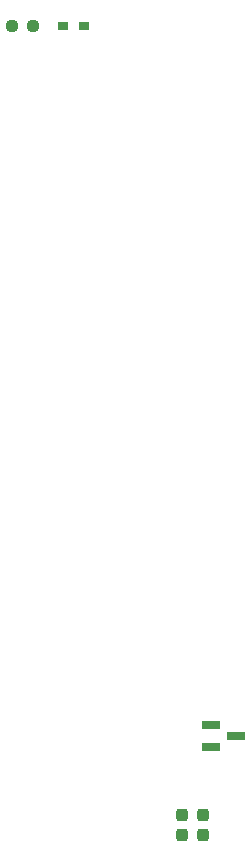
<source format=gbr>
%TF.GenerationSoftware,KiCad,Pcbnew,8.0.4+dfsg-1*%
%TF.CreationDate,2025-03-02T11:49:26+09:00*%
%TF.ProjectId,mezzanine,6d657a7a-616e-4696-9e65-2e6b69636164,2*%
%TF.SameCoordinates,Original*%
%TF.FileFunction,Paste,Top*%
%TF.FilePolarity,Positive*%
%FSLAX46Y46*%
G04 Gerber Fmt 4.6, Leading zero omitted, Abs format (unit mm)*
G04 Created by KiCad (PCBNEW 8.0.4+dfsg-1) date 2025-03-02 11:49:26*
%MOMM*%
%LPD*%
G01*
G04 APERTURE LIST*
G04 Aperture macros list*
%AMRoundRect*
0 Rectangle with rounded corners*
0 $1 Rounding radius*
0 $2 $3 $4 $5 $6 $7 $8 $9 X,Y pos of 4 corners*
0 Add a 4 corners polygon primitive as box body*
4,1,4,$2,$3,$4,$5,$6,$7,$8,$9,$2,$3,0*
0 Add four circle primitives for the rounded corners*
1,1,$1+$1,$2,$3*
1,1,$1+$1,$4,$5*
1,1,$1+$1,$6,$7*
1,1,$1+$1,$8,$9*
0 Add four rect primitives between the rounded corners*
20,1,$1+$1,$2,$3,$4,$5,0*
20,1,$1+$1,$4,$5,$6,$7,0*
20,1,$1+$1,$6,$7,$8,$9,0*
20,1,$1+$1,$8,$9,$2,$3,0*%
G04 Aperture macros list end*
%ADD10RoundRect,0.237500X-0.237500X0.300000X-0.237500X-0.300000X0.237500X-0.300000X0.237500X0.300000X0*%
%ADD11R,0.965200X0.762000*%
%ADD12R,1.625600X0.660400*%
%ADD13RoundRect,0.237500X0.250000X0.237500X-0.250000X0.237500X-0.250000X-0.237500X0.250000X-0.237500X0*%
G04 APERTURE END LIST*
D10*
%TO.C,C1*%
X84074000Y-101600000D03*
X84074000Y-103325000D03*
%TD*%
%TO.C,C2*%
X85852000Y-101600000D03*
X85852000Y-103325000D03*
%TD*%
D11*
%TO.C,D1*%
X74053700Y-34798000D03*
X75806300Y-34798000D03*
%TD*%
D12*
%TO.C,U2*%
X86564000Y-93980000D03*
X86564000Y-95880002D03*
X88696000Y-94930001D03*
%TD*%
D13*
%TO.C,R1*%
X71524500Y-34798000D03*
X69699500Y-34798000D03*
%TD*%
M02*

</source>
